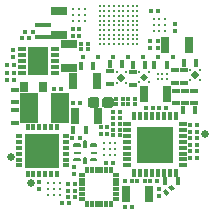
<source format=gts>
G75*
%MOIN*%
%OFA0B0*%
%FSLAX25Y25*%
%IPPOS*%
%LPD*%
%AMOC8*
5,1,8,0,0,1.08239X$1,22.5*
%
%ADD10C,0.00300*%
%ADD11C,0.01184*%
%ADD12R,0.02956X0.05318*%
%ADD13R,0.01775X0.01381*%
%ADD14R,0.01381X0.01775*%
%ADD15R,0.01184X0.02169*%
%ADD16R,0.02169X0.01184*%
%ADD17R,0.01381X0.02169*%
%ADD18R,0.02169X0.01381*%
%ADD19R,0.11224X0.11224*%
%ADD20R,0.12405X0.12405*%
%ADD21R,0.01184X0.02562*%
%ADD22R,0.02562X0.01184*%
%ADD23R,0.02090X0.02090*%
%ADD24C,0.01027*%
%ADD25R,0.05318X0.02956*%
%ADD26R,0.02956X0.01184*%
%ADD27R,0.06696X0.09570*%
%ADD28R,0.02562X0.01775*%
%ADD29R,0.06106X0.10043*%
%ADD30R,0.02956X0.03743*%
%ADD31R,0.01775X0.02562*%
%ADD32C,0.00592*%
%ADD33C,0.00494*%
%ADD34C,0.00691*%
%ADD35C,0.01106*%
%ADD36C,0.01775*%
%ADD37C,0.02562*%
%ADD38C,0.00987*%
D10*
X0054776Y0084690D02*
X0054650Y0084853D01*
X0054572Y0085043D01*
X0054545Y0085247D01*
X0058088Y0085247D01*
X0058061Y0085043D01*
X0057983Y0084853D01*
X0057858Y0084690D01*
X0057695Y0084565D01*
X0057505Y0084486D01*
X0057301Y0084460D01*
X0055332Y0084460D01*
X0055129Y0084486D01*
X0054939Y0084565D01*
X0054776Y0084690D01*
X0054828Y0084650D02*
X0057805Y0084650D01*
X0058022Y0084948D02*
X0054611Y0084948D01*
X0054545Y0085247D02*
X0054545Y0086822D01*
X0054572Y0087026D01*
X0054650Y0087215D01*
X0054776Y0087378D01*
X0054939Y0087504D01*
X0055129Y0087582D01*
X0055332Y0087609D01*
X0057301Y0087609D01*
X0057505Y0087582D01*
X0057695Y0087504D01*
X0057858Y0087378D01*
X0057983Y0087215D01*
X0058061Y0087026D01*
X0058088Y0086822D01*
X0058088Y0085247D01*
X0058088Y0085545D02*
X0054545Y0085545D01*
X0054545Y0085844D02*
X0058088Y0085844D01*
X0058088Y0086142D02*
X0054545Y0086142D01*
X0054545Y0086441D02*
X0058088Y0086441D01*
X0058088Y0086739D02*
X0054545Y0086739D01*
X0054577Y0087038D02*
X0058056Y0087038D01*
X0057890Y0087336D02*
X0054743Y0087336D01*
X0059269Y0086822D02*
X0059269Y0085247D01*
X0062813Y0085247D01*
X0062786Y0085043D01*
X0062707Y0084853D01*
X0062582Y0084690D01*
X0062419Y0084565D01*
X0062229Y0084486D01*
X0062025Y0084460D01*
X0060057Y0084460D01*
X0059853Y0084486D01*
X0059663Y0084565D01*
X0059500Y0084690D01*
X0059375Y0084853D01*
X0059296Y0085043D01*
X0059269Y0085247D01*
X0059269Y0085545D02*
X0062813Y0085545D01*
X0062813Y0085247D02*
X0062813Y0086822D01*
X0062786Y0087026D01*
X0062707Y0087215D01*
X0062582Y0087378D01*
X0062419Y0087504D01*
X0062229Y0087582D01*
X0062025Y0087609D01*
X0060057Y0087609D01*
X0059853Y0087582D01*
X0059663Y0087504D01*
X0059500Y0087378D01*
X0059375Y0087215D01*
X0059296Y0087026D01*
X0059269Y0086822D01*
X0059269Y0086739D02*
X0062813Y0086739D01*
X0062813Y0086441D02*
X0059269Y0086441D01*
X0059269Y0086142D02*
X0062813Y0086142D01*
X0062813Y0085844D02*
X0059269Y0085844D01*
X0059335Y0084948D02*
X0062747Y0084948D01*
X0062530Y0084650D02*
X0059552Y0084650D01*
X0059301Y0087038D02*
X0062781Y0087038D01*
X0062614Y0087336D02*
X0059468Y0087336D01*
D11*
X0059821Y0072491D03*
X0059821Y0070523D03*
X0059821Y0068554D03*
X0061789Y0068554D03*
X0061789Y0070523D03*
X0061789Y0072491D03*
X0063758Y0072491D03*
X0063758Y0070523D03*
X0063758Y0068554D03*
X0045332Y0059026D03*
X0045332Y0057058D03*
X0043364Y0057058D03*
X0043364Y0059026D03*
X0041395Y0059026D03*
X0041395Y0057058D03*
X0041395Y0055089D03*
X0043364Y0055089D03*
X0045332Y0055089D03*
X0076435Y0109656D03*
X0076435Y0111625D03*
X0076435Y0113593D03*
X0078403Y0113593D03*
X0078403Y0111625D03*
X0078403Y0109656D03*
X0080372Y0109656D03*
X0080372Y0111625D03*
X0080372Y0113593D03*
X0053593Y0113074D03*
X0053593Y0115042D03*
X0053593Y0117011D03*
X0051624Y0117011D03*
X0051624Y0115042D03*
X0051624Y0113074D03*
X0049656Y0113074D03*
X0049656Y0115042D03*
X0049656Y0117011D03*
D12*
X0049742Y0092963D03*
X0057616Y0092963D03*
X0058049Y0081271D03*
X0050175Y0081271D03*
X0067222Y0055483D03*
X0075096Y0055483D03*
X0073128Y0088633D03*
X0081002Y0088633D03*
X0080293Y0105050D03*
X0088167Y0105050D03*
D13*
X0083639Y0109735D03*
X0083639Y0112097D03*
X0077773Y0106428D03*
X0075411Y0106428D03*
X0075411Y0104066D03*
X0077773Y0104066D03*
X0060923Y0077688D03*
X0060923Y0075326D03*
X0058876Y0075326D03*
X0058876Y0077688D03*
X0049899Y0064302D03*
X0049899Y0061940D03*
X0038324Y0059341D03*
X0038324Y0056979D03*
X0029506Y0101074D03*
X0029506Y0103436D03*
X0049722Y0108067D03*
X0051710Y0108082D03*
X0051710Y0110444D03*
X0049722Y0110429D03*
X0078403Y0057137D03*
X0078403Y0054774D03*
D14*
G36*
X0079445Y0056253D02*
X0080549Y0057080D01*
X0081611Y0055661D01*
X0080507Y0054834D01*
X0079445Y0056253D01*
G37*
G36*
X0081337Y0057668D02*
X0082441Y0058495D01*
X0083503Y0057076D01*
X0082399Y0056249D01*
X0081337Y0057668D01*
G37*
X0077576Y0059656D03*
X0075214Y0059656D03*
X0073443Y0059853D03*
X0071080Y0059853D03*
X0069309Y0059853D03*
X0066947Y0059853D03*
X0062852Y0065759D03*
X0060490Y0065759D03*
X0062891Y0075011D03*
X0062891Y0076848D03*
X0062891Y0078764D03*
X0062891Y0080759D03*
X0062891Y0082806D03*
X0065254Y0082806D03*
X0065254Y0080759D03*
X0065254Y0078764D03*
X0065254Y0076848D03*
X0065254Y0075011D03*
X0066356Y0085247D03*
X0066356Y0087215D03*
X0067931Y0087215D03*
X0067931Y0085247D03*
X0070293Y0085247D03*
X0070293Y0087215D03*
X0073994Y0084145D03*
X0076356Y0084145D03*
X0078246Y0084145D03*
X0080608Y0084145D03*
X0088679Y0078397D03*
X0088679Y0076192D03*
X0088679Y0073987D03*
X0088679Y0071782D03*
X0088679Y0069578D03*
X0088679Y0067373D03*
X0091041Y0067373D03*
X0091041Y0069578D03*
X0091041Y0071782D03*
X0091041Y0073987D03*
X0091041Y0076192D03*
X0091041Y0078397D03*
X0069269Y0050995D03*
X0066907Y0050995D03*
X0051789Y0074145D03*
X0049427Y0074145D03*
X0049702Y0085680D03*
X0052065Y0085680D03*
X0045726Y0090286D03*
X0043364Y0090286D03*
X0052104Y0103672D03*
X0052104Y0105562D03*
X0054466Y0105562D03*
X0054466Y0103672D03*
X0063994Y0087215D03*
X0063994Y0085247D03*
X0050214Y0058869D03*
X0047852Y0058869D03*
X0047852Y0056428D03*
X0047931Y0054302D03*
X0048324Y0052412D03*
X0045962Y0052412D03*
X0050293Y0054302D03*
X0050214Y0056428D03*
X0030017Y0093278D03*
X0030017Y0095641D03*
X0027655Y0095641D03*
X0027655Y0093278D03*
X0027655Y0098239D03*
X0030017Y0098239D03*
X0032498Y0107452D03*
X0033758Y0109420D03*
X0034860Y0107452D03*
X0036120Y0109420D03*
X0075726Y0116310D03*
X0078088Y0116310D03*
D15*
X0062175Y0063512D03*
X0060600Y0063512D03*
X0059026Y0063512D03*
X0057451Y0063512D03*
X0055876Y0063512D03*
X0054301Y0063512D03*
X0054301Y0052095D03*
X0055876Y0052095D03*
X0057451Y0052095D03*
X0059026Y0052095D03*
X0060600Y0052095D03*
X0062175Y0052095D03*
D16*
X0063947Y0053866D03*
X0063947Y0055441D03*
X0063947Y0057016D03*
X0063947Y0058591D03*
X0063947Y0060165D03*
X0063947Y0061740D03*
X0052530Y0061740D03*
X0052530Y0060165D03*
X0052530Y0058591D03*
X0052530Y0057016D03*
X0052530Y0055441D03*
X0052530Y0053866D03*
D17*
X0044297Y0061968D03*
X0042328Y0061968D03*
X0040360Y0061968D03*
X0038391Y0061968D03*
X0036423Y0061968D03*
X0034454Y0061968D03*
X0034454Y0077716D03*
X0036423Y0077716D03*
X0038391Y0077716D03*
X0040360Y0077716D03*
X0042328Y0077716D03*
X0044297Y0077716D03*
D18*
X0047249Y0074763D03*
X0047249Y0072795D03*
X0047249Y0070826D03*
X0047249Y0068858D03*
X0047249Y0066889D03*
X0047249Y0064921D03*
X0031501Y0064921D03*
X0031501Y0066889D03*
X0031501Y0068858D03*
X0031501Y0070826D03*
X0031501Y0072795D03*
X0031501Y0074763D03*
D19*
X0039375Y0069842D03*
D20*
X0076928Y0071823D03*
D21*
X0075944Y0081272D03*
X0073976Y0081272D03*
X0072007Y0081272D03*
X0070039Y0081272D03*
X0077913Y0081272D03*
X0079881Y0081272D03*
X0081850Y0081272D03*
X0083818Y0081272D03*
X0083818Y0062374D03*
X0081850Y0062374D03*
X0079881Y0062374D03*
X0077913Y0062374D03*
X0075944Y0062374D03*
X0073976Y0062374D03*
X0072007Y0062374D03*
X0070039Y0062374D03*
D22*
X0067480Y0064933D03*
X0067480Y0066902D03*
X0067480Y0068870D03*
X0067480Y0070839D03*
X0067480Y0072807D03*
X0067480Y0074776D03*
X0067480Y0076744D03*
X0067480Y0078713D03*
X0086377Y0078713D03*
X0086377Y0076744D03*
X0086377Y0074776D03*
X0086377Y0072807D03*
X0086377Y0070839D03*
X0086377Y0068870D03*
X0086377Y0066902D03*
X0086377Y0064933D03*
D23*
G36*
X0073285Y0092904D02*
X0071808Y0094381D01*
X0073285Y0095858D01*
X0074762Y0094381D01*
X0073285Y0092904D01*
G37*
G36*
X0065726Y0092668D02*
X0064249Y0094145D01*
X0065726Y0095622D01*
X0067203Y0094145D01*
X0065726Y0092668D01*
G37*
G36*
X0090293Y0093612D02*
X0088816Y0095089D01*
X0090293Y0096566D01*
X0091770Y0095089D01*
X0090293Y0093612D01*
G37*
D24*
X0091868Y0093318D03*
X0091868Y0096861D03*
X0088718Y0096861D03*
X0088718Y0093318D03*
X0074860Y0092609D03*
X0074860Y0096152D03*
X0071710Y0096152D03*
X0071710Y0092609D03*
X0067301Y0092373D03*
X0067301Y0095916D03*
X0064151Y0095916D03*
X0064151Y0092373D03*
D25*
X0048246Y0097373D03*
X0048246Y0105247D03*
X0044860Y0108397D03*
X0044860Y0116271D03*
D26*
X0043521Y0103593D03*
X0043521Y0101625D03*
X0043521Y0099656D03*
X0043521Y0097688D03*
X0043521Y0095719D03*
X0032498Y0095719D03*
X0032498Y0097688D03*
X0032498Y0099656D03*
X0032498Y0101625D03*
X0032498Y0103593D03*
D27*
X0038010Y0099656D03*
D28*
X0038167Y0107635D03*
X0040844Y0107635D03*
X0040844Y0111835D03*
X0038167Y0111835D03*
X0030136Y0090103D03*
X0030136Y0085903D03*
X0030136Y0083252D03*
X0030136Y0079052D03*
X0061789Y0092123D03*
X0061789Y0096323D03*
X0069584Y0096087D03*
X0069584Y0091887D03*
X0083600Y0092517D03*
X0083915Y0089867D03*
X0086435Y0092517D03*
X0086907Y0089867D03*
X0089899Y0089867D03*
X0089899Y0085667D03*
X0086907Y0085667D03*
X0083915Y0085667D03*
X0083600Y0096717D03*
X0086435Y0096717D03*
D29*
X0045332Y0083987D03*
X0035096Y0083987D03*
D30*
X0033206Y0091074D03*
X0039663Y0091074D03*
D31*
X0049768Y0076585D03*
X0053968Y0076585D03*
X0052130Y0098082D03*
X0056330Y0098082D03*
X0061894Y0098672D03*
X0066094Y0098672D03*
X0069532Y0098357D03*
X0073732Y0098357D03*
X0076618Y0098554D03*
X0080818Y0098554D03*
X0086539Y0099145D03*
X0090739Y0099145D03*
X0090346Y0083357D03*
X0086146Y0083357D03*
X0084440Y0059578D03*
X0080240Y0059578D03*
D32*
X0055549Y0066604D02*
X0055549Y0067196D01*
X0057321Y0067196D01*
X0057321Y0066604D01*
X0055549Y0066604D01*
X0055549Y0067195D02*
X0057321Y0067195D01*
X0055549Y0071329D02*
X0055549Y0071921D01*
X0057321Y0071921D01*
X0057321Y0071329D01*
X0055549Y0071329D01*
X0055549Y0071920D02*
X0057321Y0071920D01*
X0051809Y0071921D02*
X0051809Y0071329D01*
X0050037Y0071329D01*
X0050037Y0071921D01*
X0051809Y0071921D01*
X0051809Y0071920D02*
X0050037Y0071920D01*
X0051809Y0067196D02*
X0051809Y0066604D01*
X0050037Y0066604D01*
X0050037Y0067196D01*
X0051809Y0067196D01*
X0051809Y0067195D02*
X0050037Y0067195D01*
D33*
X0049988Y0069017D02*
X0049988Y0069509D01*
X0051858Y0069509D01*
X0051858Y0069017D01*
X0049988Y0069017D01*
X0055500Y0069017D02*
X0055500Y0069509D01*
X0057370Y0069509D01*
X0057370Y0069017D01*
X0055500Y0069017D01*
D34*
X0054024Y0065571D02*
X0053334Y0065571D01*
X0053334Y0067443D01*
X0054024Y0067443D01*
X0054024Y0065571D01*
X0054024Y0066261D02*
X0053334Y0066261D01*
X0053334Y0066951D02*
X0054024Y0066951D01*
X0054024Y0071083D02*
X0053334Y0071083D01*
X0053334Y0072955D01*
X0054024Y0072955D01*
X0054024Y0071083D01*
X0054024Y0071773D02*
X0053334Y0071773D01*
X0053334Y0072463D02*
X0054024Y0072463D01*
D35*
X0058482Y0105326D03*
X0058482Y0106900D03*
X0060057Y0106900D03*
X0060057Y0105326D03*
X0061632Y0105326D03*
X0063206Y0105326D03*
X0063206Y0106900D03*
X0061632Y0106900D03*
X0061632Y0108475D03*
X0063206Y0108475D03*
X0063206Y0110050D03*
X0061632Y0110050D03*
X0061632Y0111625D03*
X0063206Y0111625D03*
X0063206Y0113200D03*
X0061632Y0113200D03*
X0061632Y0114774D03*
X0063206Y0114774D03*
X0063206Y0116349D03*
X0061632Y0116349D03*
X0061632Y0117924D03*
X0063206Y0117924D03*
X0064781Y0117924D03*
X0064781Y0116349D03*
X0064781Y0114774D03*
X0064781Y0113200D03*
X0066356Y0113200D03*
X0066356Y0114774D03*
X0066356Y0116349D03*
X0066356Y0117924D03*
X0067931Y0117924D03*
X0069506Y0117924D03*
X0069506Y0116349D03*
X0069506Y0114774D03*
X0069506Y0113200D03*
X0069506Y0111625D03*
X0069506Y0110050D03*
X0069506Y0108475D03*
X0069506Y0106900D03*
X0069506Y0105326D03*
X0067931Y0105326D03*
X0067931Y0106900D03*
X0067931Y0108475D03*
X0067931Y0110050D03*
X0067931Y0111625D03*
X0067931Y0113200D03*
X0067931Y0114774D03*
X0067931Y0116349D03*
X0071080Y0116349D03*
X0071080Y0114774D03*
X0071080Y0113200D03*
X0071080Y0111625D03*
X0071080Y0110050D03*
X0071080Y0108475D03*
X0071080Y0106900D03*
X0071080Y0105326D03*
X0066356Y0105326D03*
X0066356Y0106900D03*
X0064781Y0106900D03*
X0064781Y0105326D03*
X0064781Y0108475D03*
X0066356Y0108475D03*
X0066356Y0110050D03*
X0064781Y0110050D03*
X0064781Y0111625D03*
X0066356Y0111625D03*
X0071080Y0117924D03*
X0060057Y0117924D03*
X0060057Y0116349D03*
X0060057Y0114774D03*
X0060057Y0113200D03*
X0058482Y0113200D03*
X0058482Y0114774D03*
X0058482Y0116349D03*
X0058482Y0117924D03*
X0058482Y0111625D03*
X0060057Y0111625D03*
X0060057Y0110050D03*
X0060057Y0108475D03*
X0058482Y0108475D03*
X0058482Y0110050D03*
D36*
X0058049Y0101034D03*
X0053049Y0101034D03*
X0063049Y0101034D03*
X0068049Y0101034D03*
X0073049Y0101034D03*
X0078049Y0101034D03*
X0083049Y0101034D03*
X0061041Y0085837D03*
X0056317Y0085837D03*
D37*
X0035647Y0059105D03*
X0029033Y0067609D03*
X0093436Y0075460D03*
D38*
X0081002Y0093672D03*
X0081002Y0095247D03*
X0079427Y0095247D03*
X0079427Y0093672D03*
X0077852Y0093672D03*
X0077852Y0095247D03*
M02*

</source>
